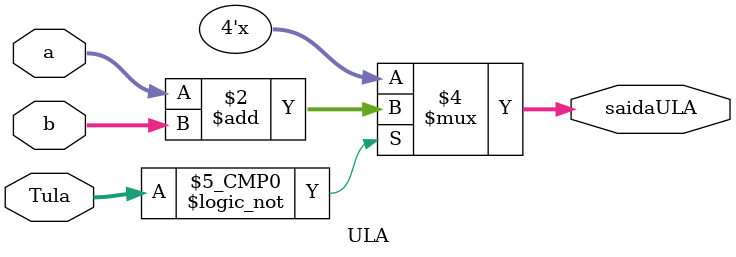
<source format=v>
module ULA(a,b,saidaULA,Tula);
    input wire [3:0] a;
    input wire [3:0] b;
    input wire [2:0] Tula;
    
    output reg [3:0] saidaULA;

    parameter
    ADD = 3'd0;

    always @(Tula or a or b)
    begin
        case(Tula)
           ADD : saidaULA = a+b;
        endcase
    end
endmodule
</source>
